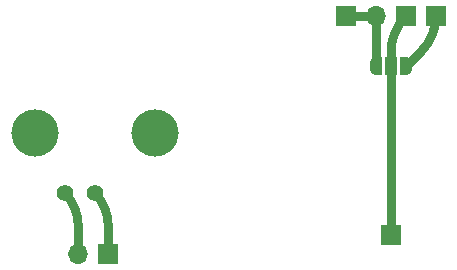
<source format=gbr>
%TF.GenerationSoftware,KiCad,Pcbnew,6.0.2+dfsg-1*%
%TF.CreationDate,2023-03-03T12:49:29-07:00*%
%TF.ProjectId,flex_fixture,666c6578-5f66-4697-9874-7572652e6b69,rev?*%
%TF.SameCoordinates,Original*%
%TF.FileFunction,Copper,L2,Bot*%
%TF.FilePolarity,Positive*%
%FSLAX46Y46*%
G04 Gerber Fmt 4.6, Leading zero omitted, Abs format (unit mm)*
G04 Created by KiCad (PCBNEW 6.0.2+dfsg-1) date 2023-03-03 12:49:29*
%MOMM*%
%LPD*%
G01*
G04 APERTURE LIST*
G04 Aperture macros list*
%AMFreePoly0*
4,1,22,0.550000,-0.750000,0.000000,-0.750000,0.000000,-0.745033,-0.079941,-0.743568,-0.215256,-0.701293,-0.333266,-0.622738,-0.424486,-0.514219,-0.481581,-0.384460,-0.499164,-0.250000,-0.500000,-0.250000,-0.500000,0.250000,-0.499164,0.250000,-0.499963,0.256109,-0.478152,0.396186,-0.417904,0.524511,-0.324060,0.630769,-0.204165,0.706417,-0.067858,0.745374,0.000000,0.744959,0.000000,0.750000,
0.550000,0.750000,0.550000,-0.750000,0.550000,-0.750000,$1*%
%AMFreePoly1*
4,1,20,0.000000,0.744959,0.073905,0.744508,0.209726,0.703889,0.328688,0.626782,0.421226,0.519385,0.479903,0.390333,0.500000,0.250000,0.500000,-0.250000,0.499851,-0.262216,0.476331,-0.402017,0.414519,-0.529596,0.319384,-0.634700,0.198574,-0.708877,0.061801,-0.746166,0.000000,-0.745033,0.000000,-0.750000,-0.550000,-0.750000,-0.550000,0.750000,0.000000,0.750000,0.000000,0.744959,
0.000000,0.744959,$1*%
G04 Aperture macros list end*
%TA.AperFunction,ComponentPad*%
%ADD10C,1.400000*%
%TD*%
%TA.AperFunction,ComponentPad*%
%ADD11C,4.000000*%
%TD*%
%TA.AperFunction,ComponentPad*%
%ADD12R,1.700000X1.700000*%
%TD*%
%TA.AperFunction,ComponentPad*%
%ADD13O,1.700000X1.700000*%
%TD*%
%TA.AperFunction,SMDPad,CuDef*%
%ADD14FreePoly0,0.000000*%
%TD*%
%TA.AperFunction,SMDPad,CuDef*%
%ADD15R,1.000000X1.500000*%
%TD*%
%TA.AperFunction,SMDPad,CuDef*%
%ADD16FreePoly1,0.000000*%
%TD*%
%TA.AperFunction,Conductor*%
%ADD17C,0.800000*%
%TD*%
%TA.AperFunction,Conductor*%
%ADD18C,0.250000*%
%TD*%
G04 APERTURE END LIST*
D10*
%TO.P,J1,1,In*%
%TO.N,Net-(J1-Pad1)*%
X104100000Y-98765000D03*
%TO.P,J1,2,Ext*%
%TO.N,Net-(J1-Pad2)*%
X101560000Y-98765000D03*
D11*
%TO.P,J1,~*%
%TO.N,N/C*%
X109180000Y-93685000D03*
X99020000Y-93685000D03*
%TD*%
D12*
%TO.P,J3,1,Pin_1*%
%TO.N,Net-(J3-Pad1)*%
X130470000Y-83800000D03*
D13*
%TO.P,J3,2,Pin_2*%
%TO.N,Net-(J3-Pad2)*%
X127930000Y-83800000D03*
%TD*%
D12*
%TO.P,J6,1,Pin_1*%
%TO.N,Net-(J6-Pad1)*%
X133010000Y-83800000D03*
%TD*%
%TO.P,J5,1,Pin_1*%
%TO.N,Net-(J3-Pad2)*%
X125390000Y-83800000D03*
%TD*%
%TO.P,J4,1,Pin_1*%
%TO.N,Net-(J3-Pad1)*%
X129200000Y-102300000D03*
%TD*%
%TO.P,J2,1,Pin_1*%
%TO.N,Net-(J1-Pad1)*%
X105275000Y-103900000D03*
D13*
%TO.P,J2,2,Pin_2*%
%TO.N,Net-(J1-Pad2)*%
X102735000Y-103900000D03*
%TD*%
D14*
%TO.P,JP1,1,A*%
%TO.N,Net-(J3-Pad2)*%
X127900000Y-88042500D03*
D15*
%TO.P,JP1,2,C*%
%TO.N,Net-(J3-Pad1)*%
X129200000Y-88042500D03*
D16*
%TO.P,JP1,3,B*%
%TO.N,Net-(J6-Pad1)*%
X130500000Y-88042500D03*
%TD*%
D17*
%TO.N,Net-(J1-Pad2)*%
X102734999Y-101601700D02*
G75*
G03*
X101559999Y-98765001I-4011703J-2D01*
G01*
X102735000Y-101601700D02*
X102735000Y-103900000D01*
%TO.N,Net-(J1-Pad1)*%
X105274999Y-101601700D02*
G75*
G03*
X104099999Y-98765001I-4011703J-2D01*
G01*
X105275000Y-101601700D02*
X105275000Y-103900000D01*
%TO.N,Net-(J6-Pad1)*%
X131784938Y-86757563D02*
G75*
G03*
X133010000Y-83800000I-2957565J2957563D01*
G01*
X131784938Y-86757563D02*
X130500000Y-88042500D01*
%TO.N,Net-(J3-Pad2)*%
X125390000Y-83800000D02*
X127930000Y-83800000D01*
X127930000Y-83800000D02*
X127930000Y-87970074D01*
X127900000Y-88042500D02*
G75*
G03*
X127930000Y-87970074I-72427J72427D01*
G01*
%TO.N,Net-(J3-Pad1)*%
X129200000Y-88042500D02*
X129200000Y-86866051D01*
X130470000Y-83800000D02*
G75*
G03*
X129200000Y-86866051I3066052J-3066052D01*
G01*
X129200000Y-88042500D02*
X129200000Y-102300000D01*
D18*
%TO.N,Net-(J3-Pad2)*%
X127930000Y-88012500D02*
X127900000Y-88042500D01*
%TD*%
M02*

</source>
